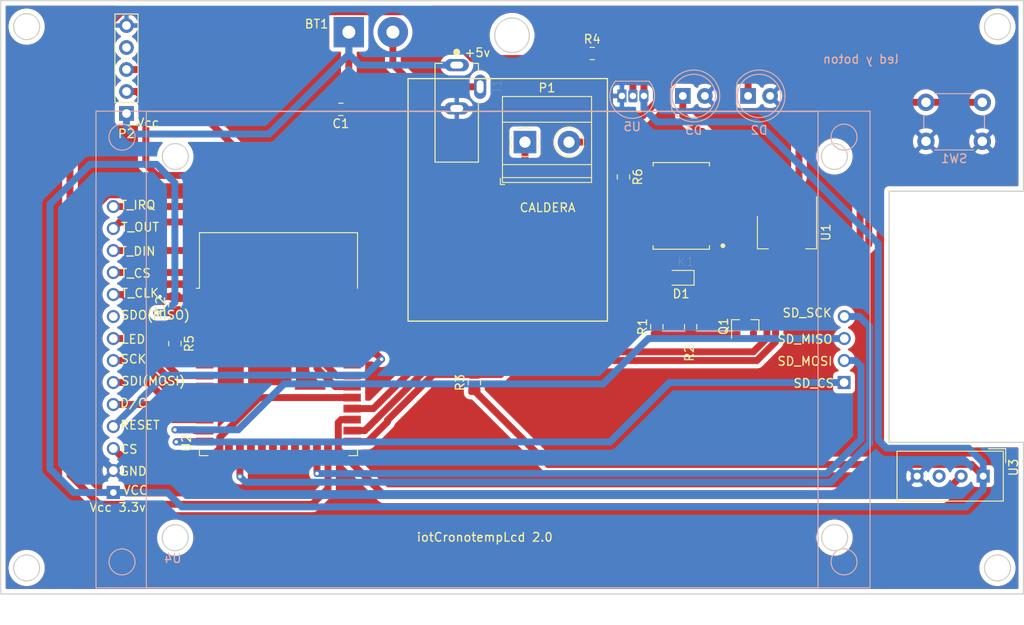
<source format=kicad_pcb>
(kicad_pcb (version 20171130) (host pcbnew 5.1.5+dfsg1-2build2)
  (layers (0 F.Cu signal) (31 B.Cu signal) (34 B.Paste user) (35 F.Paste user) (36 B.SilkS user) (37 F.SilkS user) (38 B.Mask user) (39 F.Mask user) (44 Edge.Cuts user))
  (net 0 "")
  (net 1 "Net-(BT1-Pad1)")
  (net 2 GND)
  (net 3 VCC)
  (net 4 "Net-(D1-Pad2)")
  (net 5 "Net-(D2-Pad1)")
  (net 6 "Net-(K1-Pad7)")
  (net 7 "Net-(P2-Pad2)")
  (net 8 "Net-(P2-Pad3)")
  (net 9 "Net-(R1-Pad2)")
  (net 10 "Net-(R3-Pad2)")
  (net 11 "Net-(R4-Pad1)")
  (net 12 "Net-(U2-Pad4)")
  (net 13 "Net-(U2-Pad5)")
  (net 14 "Net-(U2-Pad6)")
  (net 15 "Net-(U2-Pad7)")
  (net 16 "Net-(U2-Pad8)")
  (net 17 "Net-(U2-Pad9)")
  (net 18 "Net-(U2-Pad10)")
  (net 19 "Net-(U2-Pad11)")
  (net 20 "Net-(U2-Pad12)")
  (net 21 "Net-(U2-Pad13)")
  (net 22 "Net-(U2-Pad14)")
  (net 23 "Net-(U2-Pad16)")
  (net 24 "Net-(U2-Pad17)")
  (net 25 "Net-(U2-Pad18)")
  (net 26 "Net-(U2-Pad19)")
  (net 27 "Net-(U2-Pad20)")
  (net 28 "Net-(U2-Pad21)")
  (net 29 "Net-(U2-Pad22)")
  (net 30 "Net-(U2-Pad23)")
  (net 31 "Net-(U2-Pad27)")
  (net 32 "Net-(U2-Pad29)")
  (net 33 "Net-(U2-Pad30)")
  (net 34 "Net-(U2-Pad31)")
  (net 35 "Net-(U2-Pad32)")
  (net 36 "Net-(U2-Pad33)")
  (net 37 "Net-(U2-Pad36)")
  (net 38 "Net-(U2-Pad37)")
  (net 39 "Net-(U3-Pad3)")
  (net 40 "Net-(U4-Pad9)")
  (net 41 "Net-(Q1-Pad1)")
  (net 42 "Net-(K1-Pad2)")
  (net 43 "Net-(K1-Pad3)")
  (net 44 "Net-(K1-Pad4)")
  (net 45 "Net-(K1-Pad5)")
  (net 46 "Net-(BT1-Pad2)")
  (net 47 "Net-(R5-Pad2)")
  (net 48 "Net-(P2-Pad4)")
  (net 49 "Net-(D3-Pad1)")
  (net 50 "Net-(U2-Pad26)")
  (module MSP3218:msp3218 (layer B.Cu) (at 61 167.8)
    (fp_text reference U4 (at 8.858 -3.39) (layer B.SilkS) (effects (justify mirror)))
    (fp_text value TJCTM24028-SPI)
    (fp_text user SD_SCK (at 82.042 -31.75) (layer F.SilkS))
    (fp_text user SD_MISO (at 81.788 -28.702) (layer F.SilkS))
    (fp_text user SD_MOSI (at 81.788 -26.162) (layer F.SilkS))
    (fp_text user SD_CS (at 82.804 -23.622) (layer F.SilkS))
    (fp_text user T_IRQ (at 4.826 -44.196) (layer F.SilkS))
    (fp_text user T_OUT (at 5.08 -41.656) (layer F.SilkS))
    (fp_text user T_DIN (at 4.826 -38.862) (layer F.SilkS))
    (fp_text user T_CS (at 4.572 -36.322) (layer F.SilkS))
    (fp_text user T_CLK (at 5.08 -34.036) (layer F.SilkS))
    (fp_text user "SDO(MISO)" (at 6.858 -31.496) (layer F.SilkS))
    (fp_text user LED (at 4.318 -28.702) (layer F.SilkS))
    (fp_text user SCK (at 4.318 -26.416) (layer F.SilkS))
    (fp_text user "SDI(MOSI)" (at 6.604 -23.876) (layer F.SilkS))
    (fp_text user D/C (at 4.318 -21.336) (layer F.SilkS))
    (fp_text user RESET (at 5.08 -18.796) (layer F.SilkS))
    (fp_text user CS (at 3.81 -16.002) (layer F.SilkS))
    (fp_text user GND (at 4.318 -13.462) (layer F.SilkS))
    (fp_text user VCC (at 4.54 -11.264 180) (layer F.SilkS))
    (pad 18 thru_hole circle (at 86.328 -31.33) (size 1.5 1.5) (drill 1) (layers *.Cu *.Mask) (net 23 "Net-(U2-Pad16)"))
    (pad 17 thru_hole circle (at 86.328 -28.79) (size 1.5 1.5) (drill 1) (layers *.Cu *.Mask) (net 21 "Net-(U2-Pad13)"))
    (pad 16 thru_hole circle (at 86.328 -26.25) (size 1.5 1.5) (drill 1) (layers *.Cu *.Mask) (net 30 "Net-(U2-Pad23)"))
    (pad 15 thru_hole rect (at 86.3 -23.71) (size 1.5 1.5) (drill 1) (layers *.Cu *.Mask) (net 22 "Net-(U2-Pad14)"))
    (pad 14 thru_hole circle (at 2 -44.03) (size 1.5 1.5) (drill 1) (layers *.Cu *.Mask) (net 38 "Net-(U2-Pad37)"))
    (pad 13 thru_hole circle (at 2 -41.49) (size 1.5 1.5) (drill 1) (layers *.Cu *.Mask) (net 37 "Net-(U2-Pad36)"))
    (pad 12 thru_hole circle (at 2 -38.95) (size 1.5 1.5) (drill 1) (layers *.Cu *.Mask) (net 34 "Net-(U2-Pad31)"))
    (pad 11 thru_hole circle (at 2 -36.41) (size 1.5 1.5) (drill 1) (layers *.Cu *.Mask) (net 33 "Net-(U2-Pad30)"))
    (pad 10 thru_hole circle (at 2 -33.87) (size 1.5 1.5) (drill 1) (layers *.Cu *.Mask) (net 16 "Net-(U2-Pad8)"))
    (pad 9 thru_hole circle (at 2 -31.33) (size 1.5 1.5) (drill 1) (layers *.Cu *.Mask) (net 40 "Net-(U4-Pad9)"))
    (pad 8 thru_hole circle (at 2 -28.79) (size 1.5 1.5) (drill 1) (layers *.Cu *.Mask) (net 17 "Net-(U2-Pad9)"))
    (pad 7 thru_hole circle (at 2 -26.25) (size 1.5 1.5) (drill 1) (layers *.Cu *.Mask) (net 18 "Net-(U2-Pad10)"))
    (pad 6 thru_hole circle (at 2 -23.71) (size 1.5 1.5) (drill 1) (layers *.Cu *.Mask) (net 19 "Net-(U2-Pad11)"))
    (pad 5 thru_hole circle (at 2 -21.17) (size 1.5 1.5) (drill 1) (layers *.Cu *.Mask) (net 20 "Net-(U2-Pad12)"))
    (pad 4 thru_hole circle (at 2 -18.63) (size 1.5 1.5) (drill 1) (layers *.Cu *.Mask) (net 36 "Net-(U2-Pad33)"))
    (pad 3 thru_hole circle (at 2 -16.09) (size 1.5 1.5) (drill 1) (layers *.Cu *.Mask) (net 32 "Net-(U2-Pad29)"))
    (pad 2 thru_hole circle (at 2 -13.55) (size 1.5 1.5) (drill 1) (layers *.Cu *.Mask) (net 2 GND))
    (pad 1 thru_hole rect (at 2 -11.01) (size 1.524 1.524) (drill 0.762) (layers *.Cu *.Mask) (net 3 VCC))
  )
  (module Resistor_SMD:R_0805_2012Metric (layer F.Cu) (at 121.85 120.35 270)
    (fp_text reference R6 (at 0 -1.65 90) (layer F.SilkS))
    (fp_text value 1K)
    (pad 2 smd roundrect (at 0.9375 0 270) (size 0.975 1.4) (layers F.Cu F.Paste F.Mask) (net 49 "Net-(D3-Pad1)"))
    (pad 1 smd roundrect (at -0.9375 0 270) (size 0.975 1.4) (layers F.Cu F.Paste F.Mask) (net 45 "Net-(K1-Pad5)"))
  )
  (module LED_THT:LED_D5.0mm (layer B.Cu) (at 128.7 111)
    (fp_text reference D3 (at 1.27 3.96) (layer B.SilkS) (effects (justify mirror)))
    (fp_text value LED)
    (pad 2 thru_hole circle (at 2.54 0) (size 1.8 1.8) (drill 0.9) (layers *.Cu *.Mask) (net 2 GND))
    (pad 1 thru_hole rect (at 0 0) (size 1.8 1.8) (drill 0.9) (layers *.Cu *.Mask) (net 49 "Net-(D3-Pad1)"))
  )
  (module Connector_PinHeader_2.54mm:PinHeader_1x05_P2.54mm_Vertical (layer F.Cu) (at 64.516 113.03 180)
    (fp_text reference P2 (at 0 -2.33) (layer F.SilkS))
    (fp_text value CONN_5)
    (pad 1 thru_hole rect (at 0 0 180) (size 1.7 1.7) (drill 1) (layers *.Cu *.Mask) (net 1 "Net-(BT1-Pad1)"))
    (pad 2 thru_hole oval (at 0 2.54 180) (size 1.7 1.7) (drill 1) (layers *.Cu *.Mask) (net 7 "Net-(P2-Pad2)"))
    (pad 3 thru_hole oval (at 0 5.08 180) (size 1.7 1.7) (drill 1) (layers *.Cu *.Mask) (net 8 "Net-(P2-Pad3)"))
    (pad 4 thru_hole oval (at 0 7.62 180) (size 1.7 1.7) (drill 1) (layers *.Cu *.Mask) (net 48 "Net-(P2-Pad4)"))
    (pad 5 thru_hole oval (at 0 10.16 180) (size 1.7 1.7) (drill 1) (layers *.Cu *.Mask) (net 2 GND))
  )
  (module Capacitor_SMD:C_0805_2012Metric (layer F.Cu) (at 70.1 135.1 90)
    (fp_text reference C2 (at 0 -1.65 90) (layer F.SilkS))
    (fp_text value 22uF)
    (pad 1 smd roundrect (at -0.9375 0 90) (size 0.975 1.4) (layers F.Cu F.Paste F.Mask) (net 3 VCC))
    (pad 2 smd roundrect (at 0.9375 0 90) (size 0.975 1.4) (layers F.Cu F.Paste F.Mask) (net 2 GND))
  )
  (module Resistor_SMD:R_0805_2012Metric (layer F.Cu) (at 118.25 106.1)
    (fp_text reference R4 (at 0 -1.65) (layer F.SilkS))
    (fp_text value 1K)
    (pad 1 smd roundrect (at -0.9375 0) (size 0.975 1.4) (layers F.Cu F.Paste F.Mask) (net 11 "Net-(R4-Pad1)"))
    (pad 2 smd roundrect (at 0.9375 0) (size 0.975 1.4) (layers F.Cu F.Paste F.Mask) (net 5 "Net-(D2-Pad1)"))
  )
  (module jack4_8mm:CUI_PJ-018H (layer F.Cu) (at 102.616 107.442 270)
    (fp_text reference J1 (at 2.485567 -4.666065 90) (layer F.SilkS) (effects (font (size 1.000228 1.000228) (thickness 0.015))))
    (fp_text value PJ-018H)
    (pad 2 thru_hole oval (at 5 0 270) (size 1.4 2.8) (drill oval 0.8 1.5) (layers *.Cu *.Mask) (net 2 GND))
    (pad 1 thru_hole oval (at 0 0 270) (size 1.4 2.8) (drill oval 0.8 1.5) (layers *.Cu *.Mask) (net 1 "Net-(BT1-Pad1)"))
    (pad 3 thru_hole oval (at 2.5 -2.7 270) (size 2.8 1.4) (drill oval 1.5 0.8) (layers *.Cu *.Mask) (net 46 "Net-(BT1-Pad2)"))
  )
  (module Resistor_SMD:R_0805_2012Metric (layer F.Cu) (at 70.1 139.6 270)
    (fp_text reference R5 (at 0 -1.65 90) (layer F.SilkS))
    (fp_text value 10K)
    (pad 2 smd roundrect (at 0.9375 0 270) (size 0.975 1.4) (layers F.Cu F.Paste F.Mask) (net 47 "Net-(R5-Pad2)"))
    (pad 1 smd roundrect (at -0.9375 0 270) (size 0.975 1.4) (layers F.Cu F.Paste F.Mask) (net 3 VCC))
  )
  (module TerminalBlock_Phoenix:TerminalBlock_Phoenix_MKDS-1,5-2-5.08_1x02_P5.08mm_Horizontal (layer F.Cu) (at 110.49 116.332)
    (fp_text reference P1 (at 2.54 -6.26) (layer F.SilkS))
    (fp_text value CONN_2)
    (pad 2 thru_hole circle (at 5.08 0) (size 2.6 2.6) (drill 1.3) (layers *.Cu *.Mask) (net 44 "Net-(K1-Pad4)"))
    (pad 1 thru_hole rect (at 0 0) (size 2.6 2.6) (drill 1.3) (layers *.Cu *.Mask) (net 43 "Net-(K1-Pad3)"))
  )
  (module Package_TO_SOT_SMD:SOT-23 (layer F.Cu) (at 135.9 137.6 90)
    (fp_text reference Q1 (at 0 -2.5 90) (layer F.SilkS))
    (fp_text value 2N7002)
    (pad 3 smd rect (at 1 0 90) (size 0.9 0.8) (layers F.Cu F.Paste F.Mask) (net 4 "Net-(D1-Pad2)"))
    (pad 2 smd rect (at -1 0.95 90) (size 0.9 0.8) (layers F.Cu F.Paste F.Mask) (net 2 GND))
    (pad 1 smd rect (at -1 -0.95 90) (size 0.9 0.8) (layers F.Cu F.Paste F.Mask) (net 41 "Net-(Q1-Pad1)"))
  )
  (module Connector_Wire:SolderWirePad_1x02_P5.08mm_Drill1.5mm (layer F.Cu) (at 90.17 103.632)
    (fp_text reference BT1 (at -3.72 -0.932) (layer F.SilkS))
    (fp_text value Battery_Cell)
    (pad 2 thru_hole circle (at 5.08 0) (size 3.50012 3.50012) (drill 1.50114) (layers *.Cu *.Mask) (net 46 "Net-(BT1-Pad2)"))
    (pad 1 thru_hole rect (at 0 0) (size 3.50012 3.50012) (drill 1.50114) (layers *.Cu *.Mask) (net 1 "Net-(BT1-Pad1)"))
  )
  (module LED_THT:LED_D5.0mm (layer B.Cu) (at 136.23 111)
    (fp_text reference D2 (at 1.27 3.96) (layer B.SilkS) (effects (justify mirror)))
    (fp_text value LED)
    (pad 2 thru_hole circle (at 2.54 0) (size 1.8 1.8) (drill 0.9) (layers *.Cu *.Mask) (net 2 GND))
    (pad 1 thru_hole rect (at 0 0) (size 1.8 1.8) (drill 0.9) (layers *.Cu *.Mask) (net 5 "Net-(D2-Pad1)"))
  )
  (module Button_Switch_THT:SW_PUSH_6mm_H4.3mm (layer B.Cu) (at 156.75 116.24)
    (fp_text reference SW1 (at 3.25 2) (layer B.SilkS) (effects (justify mirror)))
    (fp_text value SW_PUSH)
    (pad 2 thru_hole circle (at 0 -4.5 270) (size 2 2) (drill 1.1) (layers *.Cu *.Mask) (net 10 "Net-(R3-Pad2)"))
    (pad 1 thru_hole circle (at 0 0 270) (size 2 2) (drill 1.1) (layers *.Cu *.Mask) (net 2 GND))
    (pad 2 thru_hole circle (at 6.5 -4.5 270) (size 2 2) (drill 1.1) (layers *.Cu *.Mask) (net 10 "Net-(R3-Pad2)"))
    (pad 1 thru_hole circle (at 6.5 0 270) (size 2 2) (drill 1.1) (layers *.Cu *.Mask) (net 2 GND))
  )
  (module RF_Module:ESP32-WROOM-32 (layer F.Cu) (at 82.05 142.655)
    (fp_text reference U2 (at -10.61 8.43 90) (layer F.SilkS))
    (fp_text value ESP32-WROOM-32)
    (pad 39 smd rect (at -1 -0.755) (size 5 5) (layers F.Cu F.Paste F.Mask) (net 2 GND))
    (pad 1 smd rect (at -8.5 -8.255) (size 2 0.9) (layers F.Cu F.Paste F.Mask) (net 2 GND))
    (pad 2 smd rect (at -8.5 -6.985) (size 2 0.9) (layers F.Cu F.Paste F.Mask) (net 3 VCC))
    (pad 3 smd rect (at -8.5 -5.715) (size 2 0.9) (layers F.Cu F.Paste F.Mask) (net 47 "Net-(R5-Pad2)"))
    (pad 4 smd rect (at -8.5 -4.445) (size 2 0.9) (layers F.Cu F.Paste F.Mask) (net 12 "Net-(U2-Pad4)"))
    (pad 5 smd rect (at -8.5 -3.175) (size 2 0.9) (layers F.Cu F.Paste F.Mask) (net 13 "Net-(U2-Pad5)"))
    (pad 6 smd rect (at -8.5 -1.905) (size 2 0.9) (layers F.Cu F.Paste F.Mask) (net 14 "Net-(U2-Pad6)"))
    (pad 7 smd rect (at -8.5 -0.635) (size 2 0.9) (layers F.Cu F.Paste F.Mask) (net 15 "Net-(U2-Pad7)"))
    (pad 8 smd rect (at -8.5 0.635) (size 2 0.9) (layers F.Cu F.Paste F.Mask) (net 16 "Net-(U2-Pad8)"))
    (pad 9 smd rect (at -8.5 1.905) (size 2 0.9) (layers F.Cu F.Paste F.Mask) (net 17 "Net-(U2-Pad9)"))
    (pad 10 smd rect (at -8.5 3.175) (size 2 0.9) (layers F.Cu F.Paste F.Mask) (net 18 "Net-(U2-Pad10)"))
    (pad 11 smd rect (at -8.5 4.445) (size 2 0.9) (layers F.Cu F.Paste F.Mask) (net 19 "Net-(U2-Pad11)"))
    (pad 12 smd rect (at -8.5 5.715) (size 2 0.9) (layers F.Cu F.Paste F.Mask) (net 20 "Net-(U2-Pad12)"))
    (pad 13 smd rect (at -8.5 6.985) (size 2 0.9) (layers F.Cu F.Paste F.Mask) (net 21 "Net-(U2-Pad13)"))
    (pad 14 smd rect (at -8.5 8.255) (size 2 0.9) (layers F.Cu F.Paste F.Mask) (net 22 "Net-(U2-Pad14)"))
    (pad 15 smd rect (at -5.715 9.255 90) (size 2 0.9) (layers F.Cu F.Paste F.Mask) (net 2 GND))
    (pad 16 smd rect (at -4.445 9.255 90) (size 2 0.9) (layers F.Cu F.Paste F.Mask) (net 23 "Net-(U2-Pad16)"))
    (pad 17 smd rect (at -3.175 9.255 90) (size 2 0.9) (layers F.Cu F.Paste F.Mask) (net 24 "Net-(U2-Pad17)"))
    (pad 18 smd rect (at -1.905 9.255 90) (size 2 0.9) (layers F.Cu F.Paste F.Mask) (net 25 "Net-(U2-Pad18)"))
    (pad 19 smd rect (at -0.635 9.255 90) (size 2 0.9) (layers F.Cu F.Paste F.Mask) (net 26 "Net-(U2-Pad19)"))
    (pad 20 smd rect (at 0.635 9.255 90) (size 2 0.9) (layers F.Cu F.Paste F.Mask) (net 27 "Net-(U2-Pad20)"))
    (pad 21 smd rect (at 1.905 9.255 90) (size 2 0.9) (layers F.Cu F.Paste F.Mask) (net 28 "Net-(U2-Pad21)"))
    (pad 22 smd rect (at 3.175 9.255 90) (size 2 0.9) (layers F.Cu F.Paste F.Mask) (net 29 "Net-(U2-Pad22)"))
    (pad 23 smd rect (at 4.445 9.255 90) (size 2 0.9) (layers F.Cu F.Paste F.Mask) (net 30 "Net-(U2-Pad23)"))
    (pad 24 smd rect (at 5.715 9.255 90) (size 2 0.9) (layers F.Cu F.Paste F.Mask) (net 11 "Net-(R4-Pad1)"))
    (pad 25 smd rect (at 8.5 8.255) (size 2 0.9) (layers F.Cu F.Paste F.Mask) (net 10 "Net-(R3-Pad2)"))
    (pad 26 smd rect (at 8.5 6.985) (size 2 0.9) (layers F.Cu F.Paste F.Mask) (net 50 "Net-(U2-Pad26)"))
    (pad 27 smd rect (at 8.5 5.715) (size 2 0.9) (layers F.Cu F.Paste F.Mask) (net 31 "Net-(U2-Pad27)"))
    (pad 28 smd rect (at 8.5 4.445) (size 2 0.9) (layers F.Cu F.Paste F.Mask) (net 9 "Net-(R1-Pad2)"))
    (pad 29 smd rect (at 8.5 3.175) (size 2 0.9) (layers F.Cu F.Paste F.Mask) (net 32 "Net-(U2-Pad29)"))
    (pad 30 smd rect (at 8.5 1.905) (size 2 0.9) (layers F.Cu F.Paste F.Mask) (net 33 "Net-(U2-Pad30)"))
    (pad 31 smd rect (at 8.5 0.635) (size 2 0.9) (layers F.Cu F.Paste F.Mask) (net 34 "Net-(U2-Pad31)"))
    (pad 32 smd rect (at 8.5 -0.635) (size 2 0.9) (layers F.Cu F.Paste F.Mask) (net 35 "Net-(U2-Pad32)"))
    (pad 33 smd rect (at 8.5 -1.905) (size 2 0.9) (layers F.Cu F.Paste F.Mask) (net 36 "Net-(U2-Pad33)"))
    (pad 34 smd rect (at 8.5 -3.175) (size 2 0.9) (layers F.Cu F.Paste F.Mask) (net 8 "Net-(P2-Pad3)"))
    (pad 35 smd rect (at 8.5 -4.445) (size 2 0.9) (layers F.Cu F.Paste F.Mask) (net 7 "Net-(P2-Pad2)"))
    (pad 36 smd rect (at 8.5 -5.715) (size 2 0.9) (layers F.Cu F.Paste F.Mask) (net 37 "Net-(U2-Pad36)"))
    (pad 37 smd rect (at 8.5 -6.985) (size 2 0.9) (layers F.Cu F.Paste F.Mask) (net 38 "Net-(U2-Pad37)"))
    (pad 38 smd rect (at 8.5 -8.255) (size 2 0.9) (layers F.Cu F.Paste F.Mask) (net 2 GND))
  )
  (module Sensor:Aosong_DHT11_5.5x12.0_P2.54mm (layer F.Cu) (at 163.35 154.9 270)
    (fp_text reference U3 (at -1 -3.5 90) (layer F.SilkS))
    (fp_text value DHT11)
    (pad 1 thru_hole rect (at 0 0 270) (size 1.5 1.5) (drill 0.8) (layers *.Cu *.Mask) (net 3 VCC))
    (pad 2 thru_hole circle (at 0 2.54 270) (size 1.5 1.5) (drill 0.8) (layers *.Cu *.Mask) (net 31 "Net-(U2-Pad27)"))
    (pad 3 thru_hole circle (at 0 5.08 270) (size 1.5 1.5) (drill 0.8) (layers *.Cu *.Mask) (net 39 "Net-(U3-Pad3)"))
    (pad 4 thru_hole circle (at 0 7.62 270) (size 1.5 1.5) (drill 0.8) (layers *.Cu *.Mask) (net 2 GND))
  )
  (module Capacitor_SMD:C_0805_2012Metric (layer F.Cu) (at 89.25 112.55 180)
    (fp_text reference C1 (at 0 -1.65) (layer F.SilkS))
    (fp_text value 10uF)
    (pad 2 smd roundrect (at 0.9375 0 180) (size 0.975 1.4) (layers F.Cu F.Paste F.Mask) (net 2 GND))
    (pad 1 smd roundrect (at -0.9375 0 180) (size 0.975 1.4) (layers F.Cu F.Paste F.Mask) (net 1 "Net-(BT1-Pad1)"))
  )
  (module Resistor_SMD:R_0805_2012Metric (layer F.Cu) (at 125.7 137.65 90)
    (fp_text reference R1 (at 0 -1.65 90) (layer F.SilkS))
    (fp_text value 1K)
    (pad 2 smd roundrect (at 0.9375 0 90) (size 0.975 1.4) (layers F.Cu F.Paste F.Mask) (net 9 "Net-(R1-Pad2)"))
    (pad 1 smd roundrect (at -0.9375 0 90) (size 0.975 1.4) (layers F.Cu F.Paste F.Mask) (net 41 "Net-(Q1-Pad1)"))
  )
  (module Resistor_SMD:R_0805_2012Metric (layer F.Cu) (at 129.6 137.65 90)
    (fp_text reference R2 (at -3.05 -0.15 90) (layer F.SilkS))
    (fp_text value 10k)
    (pad 2 smd roundrect (at 0.9375 0 90) (size 0.975 1.4) (layers F.Cu F.Paste F.Mask) (net 2 GND))
    (pad 1 smd roundrect (at -0.9375 0 90) (size 0.975 1.4) (layers F.Cu F.Paste F.Mask) (net 41 "Net-(Q1-Pad1)"))
  )
  (module Resistor_SMD:R_0805_2012Metric (layer F.Cu) (at 104.65 144.1 90)
    (fp_text reference R3 (at 0 -1.65 90) (layer F.SilkS))
    (fp_text value 10K)
    (pad 1 smd roundrect (at -0.9375 0 90) (size 0.975 1.4) (layers F.Cu F.Paste F.Mask) (net 3 VCC))
    (pad 2 smd roundrect (at 0.9375 0 90) (size 0.975 1.4) (layers F.Cu F.Paste F.Mask) (net 10 "Net-(R3-Pad2)"))
  )
  (module releOmron:RELAY_G6K-2F-DC5 (layer F.Cu) (at 128.524 123.698 180)
    (fp_text reference K1 (at -0.525385 -6.439715) (layer F.SilkS) (effects (font (size 1.000732 1.000732) (thickness 0.015))))
    (fp_text value G6K-2F-DC5)
    (pad 1 smd rect (at -3.5 -3.81 180) (size 1.8 0.8) (layers F.Cu F.Paste F.Mask) (net 1 "Net-(BT1-Pad1)"))
    (pad 2 smd rect (at -3.5 -1.27 180) (size 1.8 0.8) (layers F.Cu F.Paste F.Mask) (net 42 "Net-(K1-Pad2)"))
    (pad 3 smd rect (at -3.5 1.27 180) (size 1.8 0.8) (layers F.Cu F.Paste F.Mask) (net 43 "Net-(K1-Pad3)"))
    (pad 4 smd rect (at -3.5 3.81 180) (size 1.8 0.8) (layers F.Cu F.Paste F.Mask) (net 44 "Net-(K1-Pad4)"))
    (pad 5 smd rect (at 3.5 3.81 180) (size 1.8 0.8) (layers F.Cu F.Paste F.Mask) (net 45 "Net-(K1-Pad5)"))
    (pad 6 smd rect (at 3.5 1.27 180) (size 1.8 0.8) (layers F.Cu F.Paste F.Mask) (net 1 "Net-(BT1-Pad1)"))
    (pad 7 smd rect (at 3.5 -1.27 180) (size 1.8 0.8) (layers F.Cu F.Paste F.Mask) (net 6 "Net-(K1-Pad7)"))
    (pad 8 smd rect (at 3.5 -3.81 180) (size 1.8 0.8) (layers F.Cu F.Paste F.Mask) (net 4 "Net-(D1-Pad2)"))
  )
  (module Diode_SMD:D_SOD-323F (layer F.Cu) (at 128.5 132 180)
    (fp_text reference D1 (at 0 -1.85) (layer F.SilkS))
    (fp_text value 1N4148)
    (pad 2 smd rect (at 1.1 0 180) (size 0.5 0.5) (layers F.Cu F.Paste F.Mask) (net 4 "Net-(D1-Pad2)"))
    (pad 1 smd rect (at -1.1 0 180) (size 0.5 0.5) (layers F.Cu F.Paste F.Mask) (net 1 "Net-(BT1-Pad1)"))
  )
  (module Package_TO_SOT_SMD:SOT-223 (layer F.Cu) (at 140.716 126.746 270)
    (fp_text reference U1 (at 0 -4.5 90) (layer F.SilkS))
    (fp_text value AMS1117-3.3)
    (pad 4 smd rect (at 3.15 0 270) (size 2 3.8) (layers F.Cu F.Paste F.Mask))
    (pad 2 smd rect (at -3.15 0 270) (size 2 1.5) (layers F.Cu F.Paste F.Mask) (net 3 VCC))
    (pad 3 smd rect (at -3.15 2.3 270) (size 2 1.5) (layers F.Cu F.Paste F.Mask) (net 1 "Net-(BT1-Pad1)"))
    (pad 1 smd rect (at -3.15 -2.3 270) (size 2 1.5) (layers F.Cu F.Paste F.Mask) (net 2 GND))
  )
  (module Package_TO_SOT_THT:TO-92L_Inline (layer B.Cu) (at 121.674 111)
    (fp_text reference U5 (at 1.19 3.56) (layer B.SilkS) (effects (justify mirror)))
    (fp_text value DS18B20)
    (pad 2 thru_hole roundrect (at 1.27 0) (size 1.05 1.5) (drill 0.75) (layers *.Cu *.Mask) (net 50 "Net-(U2-Pad26)"))
    (pad 3 thru_hole roundrect (at 2.54 0) (size 1.05 1.5) (drill 0.75) (layers *.Cu *.Mask) (net 3 VCC))
    (pad 1 thru_hole rect (at 0 0) (size 1.05 1.5) (drill 0.75) (layers *.Cu *.Mask) (net 2 GND))
  )
  (gr_text +5v (at 105 106) (layer F.SilkS) (effects (font (size 1 1))))
  (gr_text Vcc (at 67 114.1) (layer F.SilkS) (effects (font (size 1 1))))
  (gr_text CALDERA (at 113.1 123.9) (layer F.SilkS) (effects (font (size 1 1))))
  (gr_line (start 120 109) (end 120 137) (layer F.SilkS) (width 0.15))
  (gr_text "led y boton" (at 149.25 106.75) (layer B.SilkS) (effects (font (size 1 1)) (justify mirror)))
  (gr_text "Vcc 3.3v" (at 63.5 158.5) (layer F.SilkS) (effects (font (size 1 1))))
  (gr_line (start 152.5 151) (end 168 151) (layer Edge.Cuts) (width 0.15))
  (gr_line (start 152.5 122) (end 152.5 151) (layer Edge.Cuts) (width 0.15))
  (gr_line (start 97 109) (end 97 137) (layer F.SilkS) (width 0.15))
  (gr_line (start 120 137) (end 97 137) (layer F.SilkS) (width 0.15))
  (gr_line (start 97 109) (end 120 109) (layer F.SilkS) (width 0.15))
  (gr_line (start 152.5 122) (end 168 122) (layer Edge.Cuts) (width 0.15))
  (gr_line (start 168 100) (end 168 122) (layer Edge.Cuts) (width 0.15))
  (gr_line (start 168 151) (end 168 168.5) (layer Edge.Cuts) (width 0.15))
  (gr_text "iotCronotempLcd 2.0" (at 105.85 161.95) (layer F.SilkS) (effects (font (size 1 1))))
  (gr_circle (center 70.15 118) (end 71.65 118) (layer Edge.Cuts) (width 0.15))
  (gr_circle (center 70.14 162.01) (end 71.64 162.01) (layer Edge.Cuts) (width 0.15))
  (gr_circle (center 146.21 162) (end 147.71 162) (layer Edge.Cuts) (width 0.15))
  (gr_circle (center 146.19 117.99) (end 147.69 117.99) (layer Edge.Cuts) (width 0.15))
  (gr_circle (center 109 104) (end 111 104) (layer Edge.Cuts) (width 0.15))
  (gr_circle (center 53 165.5) (end 54.5 165.5) (layer Edge.Cuts) (width 0.15))
  (gr_circle (center 165 165.5) (end 166.5 165.5) (layer Edge.Cuts) (width 0.15))
  (gr_circle (center 165 103) (end 166.5 103) (layer Edge.Cuts) (width 0.15))
  (gr_circle (center 53 103) (end 54.5 103) (layer Edge.Cuts) (width 0.15))
  (gr_line (start 50 168.5) (end 50 100) (layer Edge.Cuts) (width 0.15))
  (gr_line (start 168 168.5) (end 50 168.5) (layer Edge.Cuts) (width 0.15))
  (gr_line (start 50 100) (end 168 100) (layer Edge.Cuts) (width 0.15))
  (segment (start 90.17 112.5325) (end 90.1875 112.55) (width 0.8) (layer F.Cu) (net 1))
  (segment (start 90.17 103.632) (end 90.17 112.5325) (width 0.8) (layer F.Cu) (net 1))
  (segment (start 138.416 125.396) (end 136.304 127.508) (width 0.8) (layer F.Cu) (net 1))
  (segment (start 138.416 123.596) (end 138.416 125.396) (width 0.8) (layer F.Cu) (net 1))
  (segment (start 90.17 106.18206) (end 90.17 103.632) (width 0.8) (layer B.Cu) (net 1))
  (segment (start 91.42994 107.442) (end 90.17 106.18206) (width 0.8) (layer B.Cu) (net 1))
  (segment (start 102.616 107.442) (end 91.42994 107.442) (width 0.8) (layer B.Cu) (net 1))
  (segment (start 90.1875 116.3375) (end 90.1875 112.55) (width 0.8) (layer F.Cu) (net 1))
  (segment (start 136.304 127.508) (end 132.024 127.508) (width 0.8) (layer F.Cu) (net 1))
  (segment (start 130.604 127.508) (end 132.024 127.508) (width 0.8) (layer F.Cu) (net 1))
  (segment (start 125.524 122.428) (end 130.604 127.508) (width 0.8) (layer F.Cu) (net 1))
  (segment (start 125.024 122.428) (end 125.524 122.428) (width 0.8) (layer F.Cu) (net 1))
  (segment (start 125.024 122.428) (end 96.278 122.428) (width 0.8) (layer F.Cu) (net 1))
  (segment (start 96.278 122.428) (end 90.1875 116.3375) (width 0.8) (layer F.Cu) (net 1))
  (segment (start 132.024 129.576) (end 129.6 132) (width 0.8) (layer F.Cu) (net 1))
  (segment (start 132.024 127.508) (end 132.024 129.576) (width 0.8) (layer F.Cu) (net 1))
  (segment (start 90.17 106.18206) (end 80.95206 115.4) (width 0.8) (layer B.Cu) (net 1))
  (segment (start 64.516 114.68) (end 64.516 113.03) (width 0.8) (layer B.Cu) (net 1))
  (segment (start 65.236 115.4) (end 64.516 114.68) (width 0.8) (layer B.Cu) (net 1))
  (segment (start 80.95206 115.4) (end 65.236 115.4) (width 0.8) (layer B.Cu) (net 1))
  (segment (start 81.05 140.1) (end 81.05 141.9) (width 0.8) (layer F.Cu) (net 2))
  (segment (start 75.35 134.4) (end 81.05 140.1) (width 0.8) (layer F.Cu) (net 2))
  (segment (start 73.55 134.4) (end 75.35 134.4) (width 0.8) (layer F.Cu) (net 2))
  (segment (start 60.7 124.071998) (end 60.7 151.95) (width 0.8) (layer F.Cu) (net 2))
  (segment (start 90.55 134.4) (end 90 134.4) (width 0.8) (layer F.Cu) (net 2))
  (segment (start 60.7 151.95) (end 63 154.25) (width 0.8) (layer F.Cu) (net 2))
  (segment (start 90 134.4) (end 78.019999 122.419999) (width 0.8) (layer F.Cu) (net 2))
  (segment (start 62.351999 122.419999) (end 60.7 124.071998) (width 0.8) (layer F.Cu) (net 2))
  (segment (start 78.019999 122.419999) (end 62.351999 122.419999) (width 0.8) (layer F.Cu) (net 2))
  (segment (start 73.55 134.4) (end 73.15 134.4) (width 0.8) (layer F.Cu) (net 2))
  (segment (start 70.3375 134.4) (end 70.1 134.1625) (width 0.8) (layer F.Cu) (net 2))
  (segment (start 73.55 134.4) (end 70.3375 134.4) (width 0.8) (layer F.Cu) (net 2))
  (segment (start 70.1 134.1625) (end 68.3875 134.1625) (width 0.8) (layer F.Cu) (net 2))
  (segment (start 68.3875 134.1625) (end 68.3875 134.1625) (width 0.8) (layer F.Cu) (net 2))
  (via (at 68.3875 134.1625) (size 0.8) (drill 0.4) (layers F.Cu B.Cu) (net 2))
  (segment (start 68.3875 134.1625) (end 68.3875 122.6375) (width 0.8) (layer B.Cu) (net 2))
  (segment (start 68.3875 122.6375) (end 66.95 121.2) (width 0.8) (layer B.Cu) (net 2))
  (segment (start 66.95 121.2) (end 61.7 121.2) (width 0.8) (layer B.Cu) (net 2))
  (segment (start 61.7 121.2) (end 59.7 123.2) (width 0.8) (layer B.Cu) (net 2))
  (segment (start 59.7 150.95) (end 63 154.25) (width 0.8) (layer B.Cu) (net 2))
  (segment (start 59.7 123.2) (end 59.7 150.95) (width 0.8) (layer B.Cu) (net 2))
  (segment (start 124.214 111) (end 124.214 110.25) (width 0.8) (layer F.Cu) (net 3))
  (segment (start 113.162499 153.549999) (end 104.65 145.0375) (width 0.8) (layer F.Cu) (net 3))
  (segment (start 161.999999 153.549999) (end 113.162499 153.549999) (width 0.8) (layer F.Cu) (net 3))
  (segment (start 163.35 154.9) (end 161.999999 153.549999) (width 0.8) (layer F.Cu) (net 3))
  (segment (start 140.716 121.796) (end 142.1 120.412) (width 0.8) (layer F.Cu) (net 3))
  (segment (start 140.716 123.596) (end 140.716 121.796) (width 0.8) (layer F.Cu) (net 3))
  (segment (start 142.1 109.1) (end 139.75001 106.75001) (width 0.8) (layer F.Cu) (net 3))
  (segment (start 142.1 120.412) (end 142.1 109.1) (width 0.8) (layer F.Cu) (net 3))
  (segment (start 139.75001 106.75001) (end 127.44999 106.75001) (width 0.8) (layer F.Cu) (net 3))
  (segment (start 127.15 107.05) (end 126.314226 107.05) (width 0.8) (layer F.Cu) (net 3))
  (segment (start 127.44999 106.75001) (end 127.15 107.05) (width 0.8) (layer F.Cu) (net 3))
  (segment (start 124.214 109.150226) (end 124.214 111) (width 0.8) (layer F.Cu) (net 3))
  (segment (start 126.314226 107.05) (end 124.214 109.150226) (width 0.8) (layer F.Cu) (net 3))
  (segment (start 152.220402 151.67501) (end 151.25 150.704608) (width 0.8) (layer B.Cu) (net 3))
  (segment (start 161.67501 151.67501) (end 152.220402 151.67501) (width 0.8) (layer B.Cu) (net 3))
  (segment (start 163.35 153.35) (end 161.67501 151.67501) (width 0.8) (layer B.Cu) (net 3))
  (segment (start 163.35 154.9) (end 163.35 153.35) (width 0.8) (layer B.Cu) (net 3))
  (segment (start 151.25 150.704608) (end 151.25 128.05) (width 0.8) (layer B.Cu) (net 3))
  (segment (start 151.25 128.05) (end 137.2 114) (width 0.8) (layer B.Cu) (net 3))
  (segment (start 137.2 114) (end 125.75 114) (width 0.8) (layer B.Cu) (net 3))
  (segment (start 124.214 112.464) (end 124.214 111) (width 0.8) (layer B.Cu) (net 3))
  (segment (start 125.75 114) (end 124.214 112.464) (width 0.8) (layer B.Cu) (net 3))
  (segment (start 163.35 156.45) (end 161.35 158.45) (width 0.8) (layer B.Cu) (net 3))
  (segment (start 163.35 154.9) (end 163.35 156.45) (width 0.8) (layer B.Cu) (net 3))
  (segment (start 161.35 158.45) (end 70.9 158.45) (width 0.8) (layer B.Cu) (net 3))
  (segment (start 69.24 156.79) (end 63 156.79) (width 0.8) (layer B.Cu) (net 3))
  (segment (start 70.9 158.45) (end 69.24 156.79) (width 0.8) (layer B.Cu) (net 3))
  (segment (start 73.4925 135.6125) (end 73.55 135.67) (width 0.8) (layer F.Cu) (net 3))
  (segment (start 70.1 136.0375) (end 70.1 138.6625) (width 0.8) (layer F.Cu) (net 3))
  (segment (start 70.4675 135.67) (end 73.55 135.67) (width 0.8) (layer F.Cu) (net 3))
  (segment (start 70.1 136.0375) (end 70.4675 135.67) (width 0.8) (layer F.Cu) (net 3))
  (segment (start 70.1 136.0375) (end 68.0125 136.0375) (width 0.8) (layer F.Cu) (net 3))
  (segment (start 68.0125 136.0375) (end 68.0125 136.0375) (width 0.8) (layer F.Cu) (net 3))
  (via (at 68.0125 136.0375) (size 0.8) (drill 0.4) (layers F.Cu B.Cu) (net 3))
  (segment (start 68.9125 136.0375) (end 68.0125 136.0375) (width 0.8) (layer B.Cu) (net 3))
  (segment (start 70.1 121.040311) (end 70.1 134.85) (width 0.8) (layer B.Cu) (net 3))
  (segment (start 68.770311 119.710622) (end 70.1 121.040311) (width 0.8) (layer B.Cu) (net 3))
  (segment (start 68.337998 119.243548) (end 68.770311 119.710622) (width 0.8) (layer B.Cu) (net 3))
  (segment (start 67.99445 118.9) (end 68.337998 119.243548) (width 0.8) (layer B.Cu) (net 3))
  (segment (start 60.3 118.9) (end 67.99445 118.9) (width 0.8) (layer B.Cu) (net 3))
  (segment (start 55.7 123.5) (end 60.3 118.9) (width 0.8) (layer B.Cu) (net 3))
  (segment (start 55.7 154.05) (end 55.7 123.5) (width 0.8) (layer B.Cu) (net 3))
  (segment (start 70.1 134.85) (end 68.9125 136.0375) (width 0.8) (layer B.Cu) (net 3))
  (segment (start 58.44 156.79) (end 55.7 154.05) (width 0.8) (layer B.Cu) (net 3))
  (segment (start 63 156.79) (end 58.44 156.79) (width 0.8) (layer B.Cu) (net 3))
  (segment (start 125.024 129.624) (end 127.4 132) (width 0.8) (layer F.Cu) (net 4))
  (segment (start 125.024 127.508) (end 125.024 129.624) (width 0.8) (layer F.Cu) (net 4))
  (segment (start 135.3 134.75) (end 135.9 135.35) (width 0.8) (layer F.Cu) (net 4))
  (segment (start 129.1 134.75) (end 135.3 134.75) (width 0.8) (layer F.Cu) (net 4))
  (segment (start 127.4 133.05) (end 129.1 134.75) (width 0.8) (layer F.Cu) (net 4))
  (segment (start 135.9 135.35) (end 135.9 136.6) (width 0.8) (layer F.Cu) (net 4))
  (segment (start 127.4 132) (end 127.4 133.05) (width 0.8) (layer F.Cu) (net 4))
  (segment (start 136.3 111.07) (end 136.23 111) (width 0.8) (layer F.Cu) (net 5))
  (segment (start 119.1875 106.1) (end 119.1875 112.2875) (width 0.8) (layer F.Cu) (net 5))
  (segment (start 119.1875 112.2875) (end 120.2 113.3) (width 0.8) (layer F.Cu) (net 5))
  (segment (start 124.078227 113.3) (end 126.8 110.578227) (width 0.8) (layer F.Cu) (net 5))
  (segment (start 120.2 113.3) (end 124.078227 113.3) (width 0.8) (layer F.Cu) (net 5))
  (segment (start 126.8 110.019998) (end 128.469998 108.35) (width 0.8) (layer F.Cu) (net 5))
  (segment (start 126.8 110.578227) (end 126.8 110.019998) (width 0.8) (layer F.Cu) (net 5))
  (segment (start 128.469998 108.35) (end 135.55 108.35) (width 0.8) (layer F.Cu) (net 5))
  (segment (start 136.23 109.03) (end 136.23 111) (width 0.8) (layer F.Cu) (net 5))
  (segment (start 135.55 108.35) (end 136.23 109.03) (width 0.8) (layer F.Cu) (net 5))
  (segment (start 78.863856 120.183854) (end 68.033854 120.183854) (width 0.8) (layer F.Cu) (net 7))
  (segment (start 92.150001 133.469999) (end 78.863856 120.183854) (width 0.8) (layer F.Cu) (net 7))
  (segment (start 92.150001 137.870001) (end 92.150001 133.469999) (width 0.8) (layer F.Cu) (net 7))
  (segment (start 91.810002 138.21) (end 92.150001 137.870001) (width 0.8) (layer F.Cu) (net 7))
  (segment (start 90.55 138.21) (end 91.810002 138.21) (width 0.8) (layer F.Cu) (net 7))
  (segment (start 68.033854 120.183854) (end 66.75 118.9) (width 0.8) (layer F.Cu) (net 7))
  (segment (start 65.718081 110.49) (end 64.516 110.49) (width 0.8) (layer F.Cu) (net 7))
  (segment (start 66.75 111.521919) (end 65.718081 110.49) (width 0.8) (layer F.Cu) (net 7))
  (segment (start 66.75 118.9) (end 66.75 111.521919) (width 0.8) (layer F.Cu) (net 7))
  (segment (start 68.044229 107.95) (end 64.516 107.95) (width 0.8) (layer F.Cu) (net 8))
  (segment (start 93.150011 133.055782) (end 68.044229 107.95) (width 0.8) (layer F.Cu) (net 8))
  (segment (start 93.150011 138.284218) (end 93.150011 133.055782) (width 0.8) (layer F.Cu) (net 8))
  (segment (start 92.174228 139.260001) (end 93.150011 138.284218) (width 0.8) (layer F.Cu) (net 8))
  (segment (start 90.689999 139.260001) (end 92.174228 139.260001) (width 0.8) (layer F.Cu) (net 8))
  (segment (start 90.55 139.4) (end 90.689999 139.260001) (width 0.8) (layer F.Cu) (net 8))
  (segment (start 90.55 139.48) (end 90.55 139.4) (width 0.8) (layer F.Cu) (net 8))
  (segment (start 125.7 136.7125) (end 103.3875 136.7125) (width 0.8) (layer F.Cu) (net 9))
  (segment (start 93 147.1) (end 90.55 147.1) (width 0.8) (layer F.Cu) (net 9))
  (segment (start 103.3875 136.7125) (end 93 147.1) (width 0.8) (layer F.Cu) (net 9))
  (segment (start 104.65 143.1625) (end 99.9125 143.1625) (width 0.8) (layer F.Cu) (net 10))
  (segment (start 92.35 150.91) (end 90.55 150.91) (width 0.8) (layer F.Cu) (net 10))
  (segment (start 94.625 148.635) (end 92.35 150.91) (width 0.8) (layer F.Cu) (net 10))
  (segment (start 94.625 148.45) (end 94.625 148.635) (width 0.8) (layer F.Cu) (net 10))
  (segment (start 99.9125 143.1625) (end 94.625 148.45) (width 0.8) (layer F.Cu) (net 10))
  (segment (start 104.65 143.1625) (end 107.68751 143.1625) (width 0.8) (layer F.Cu) (net 10))
  (segment (start 107.68751 143.1625) (end 109.3 141.55001) (width 0.8) (layer F.Cu) (net 10))
  (segment (start 137.244219 141.55001) (end 139.40001 139.394219) (width 0.8) (layer F.Cu) (net 10))
  (segment (start 109.3 141.55001) (end 137.244219 141.55001) (width 0.8) (layer F.Cu) (net 10))
  (segment (start 139.40001 139.394219) (end 139.40001 137.214216) (width 0.8) (layer F.Cu) (net 10))
  (segment (start 143.214217 135.05001) (end 150.15001 128.114217) (width 0.8) (layer F.Cu) (net 10))
  (segment (start 141.564216 135.05001) (end 143.214217 135.05001) (width 0.8) (layer F.Cu) (net 10))
  (segment (start 139.40001 137.214216) (end 141.564216 135.05001) (width 0.8) (layer F.Cu) (net 10))
  (segment (start 150.15001 128.114217) (end 150.15001 113.04999) (width 0.8) (layer F.Cu) (net 10))
  (segment (start 151.46 111.74) (end 156.75 111.74) (width 0.8) (layer F.Cu) (net 10))
  (segment (start 150.15001 113.04999) (end 151.46 111.74) (width 0.8) (layer F.Cu) (net 10))
  (segment (start 156.75 111.74) (end 163.25 111.74) (width 0.8) (layer F.Cu) (net 10))
  (segment (start 116.731386 106.681114) (end 117.3125 106.1) (width 0.8) (layer F.Cu) (net 11))
  (segment (start 104.393605 106.681114) (end 116.731386 106.681114) (width 0.8) (layer F.Cu) (net 11))
  (segment (start 98.99443 101.281939) (end 104.393605 106.681114) (width 0.8) (layer F.Cu) (net 11))
  (segment (start 57.99998 154.766207) (end 57.99998 107.240018) (width 0.8) (layer F.Cu) (net 11))
  (segment (start 61.385774 158.152001) (end 57.99998 154.766207) (width 0.8) (layer F.Cu) (net 11))
  (segment (start 63.958059 101.281939) (end 98.99443 101.281939) (width 0.8) (layer F.Cu) (net 11))
  (segment (start 87.765 156.335) (end 85.947999 158.152001) (width 0.8) (layer F.Cu) (net 11))
  (segment (start 57.99998 107.240018) (end 63.958059 101.281939) (width 0.8) (layer F.Cu) (net 11))
  (segment (start 85.947999 158.152001) (end 61.385774 158.152001) (width 0.8) (layer F.Cu) (net 11))
  (segment (start 87.765 151.91) (end 87.765 156.335) (width 0.8) (layer F.Cu) (net 11))
  (segment (start 64.13 133.93) (end 63 133.93) (width 0.8) (layer F.Cu) (net 16))
  (segment (start 65 137.8) (end 65 134.8) (width 0.8) (layer F.Cu) (net 16))
  (segment (start 65 134.8) (end 64.13 133.93) (width 0.8) (layer F.Cu) (net 16))
  (segment (start 65.203234 138.003234) (end 65 137.8) (width 0.8) (layer F.Cu) (net 16))
  (segment (start 65.203234 138.009992) (end 65.203234 138.003234) (width 0.8) (layer F.Cu) (net 16))
  (segment (start 70.483242 143.29) (end 65.203234 138.009992) (width 0.8) (layer F.Cu) (net 16))
  (segment (start 73.55 143.29) (end 70.483242 143.29) (width 0.8) (layer F.Cu) (net 16))
  (segment (start 63 139.01) (end 64.789016 139.01) (width 0.8) (layer F.Cu) (net 17))
  (segment (start 70.339016 144.56) (end 73.55 144.56) (width 0.8) (layer F.Cu) (net 17))
  (segment (start 64.789016 139.01) (end 70.339016 144.56) (width 0.8) (layer F.Cu) (net 17))
  (segment (start 63 141.55) (end 65.91479 141.55) (width 0.8) (layer F.Cu) (net 18))
  (segment (start 70.19479 145.83) (end 73.55 145.83) (width 0.8) (layer F.Cu) (net 18))
  (segment (start 65.91479 141.55) (end 70.19479 145.83) (width 0.8) (layer F.Cu) (net 18))
  (segment (start 63 144.09) (end 67.040564 144.09) (width 0.8) (layer F.Cu) (net 19))
  (segment (start 70.050564 147.1) (end 73.55 147.1) (width 0.8) (layer F.Cu) (net 19))
  (segment (start 67.040564 144.09) (end 70.050564 147.1) (width 0.8) (layer F.Cu) (net 19))
  (segment (start 63 146.63) (end 68.166338 146.63) (width 0.8) (layer F.Cu) (net 20))
  (segment (start 69.906338 148.37) (end 73.55 148.37) (width 0.8) (layer F.Cu) (net 20))
  (segment (start 68.166338 146.63) (end 69.906338 148.37) (width 0.8) (layer F.Cu) (net 20))
  (segment (start 72.3 149.55) (end 70.1 149.55) (width 0.8) (layer F.Cu) (net 21))
  (segment (start 72.39 149.64) (end 72.3 149.55) (width 0.8) (layer F.Cu) (net 21))
  (segment (start 73.55 149.64) (end 72.39 149.64) (width 0.8) (layer F.Cu) (net 21))
  (via (at 70.1 149.55) (size 0.8) (drill 0.4) (layers F.Cu B.Cu) (net 21))
  (segment (start 70.1 149.55) (end 77.40001 149.55) (width 0.8) (layer B.Cu) (net 21))
  (segment (start 82.7 144.25001) (end 119.49999 144.25001) (width 0.8) (layer B.Cu) (net 21))
  (segment (start 77.40001 149.55) (end 82.7 144.25001) (width 0.8) (layer B.Cu) (net 21))
  (segment (start 124.74 139.01) (end 147.328 139.01) (width 0.8) (layer B.Cu) (net 21))
  (segment (start 119.49999 144.25001) (end 124.74 139.01) (width 0.8) (layer B.Cu) (net 21))
  (segment (start 70.29 150.91) (end 70.25 150.95) (width 0.8) (layer F.Cu) (net 22))
  (segment (start 73.55 150.91) (end 70.29 150.91) (width 0.8) (layer F.Cu) (net 22))
  (via (at 70.25 150.95) (size 0.8) (drill 0.4) (layers F.Cu B.Cu) (net 22))
  (segment (start 70.25 150.95) (end 120.3 150.95) (width 0.8) (layer B.Cu) (net 22))
  (segment (start 127.16 144.09) (end 147.3 144.09) (width 0.8) (layer B.Cu) (net 22))
  (segment (start 120.3 150.95) (end 127.16 144.09) (width 0.8) (layer B.Cu) (net 22))
  (segment (start 77.605 151.91) (end 77.605 154.95) (width 0.8) (layer F.Cu) (net 23))
  (via (at 77.605 154.95) (size 0.8) (drill 0.4) (layers F.Cu B.Cu) (net 23))
  (segment (start 149.07 136.47) (end 147.328 136.47) (width 0.8) (layer B.Cu) (net 23))
  (segment (start 150.24999 137.64999) (end 149.07 136.47) (width 0.8) (layer B.Cu) (net 23))
  (segment (start 150.24999 151.118825) (end 150.24999 137.64999) (width 0.8) (layer B.Cu) (net 23))
  (segment (start 145.768814 155.600001) (end 150.24999 151.118825) (width 0.8) (layer B.Cu) (net 23))
  (segment (start 78.255001 155.600001) (end 145.768814 155.600001) (width 0.8) (layer B.Cu) (net 23))
  (segment (start 77.605 154.95) (end 78.255001 155.600001) (width 0.8) (layer B.Cu) (net 23))
  (segment (start 86.495 151.91) (end 86.495 154.6) (width 0.8) (layer F.Cu) (net 30))
  (via (at 86.495 154.6) (size 0.8) (drill 0.4) (layers F.Cu B.Cu) (net 30))
  (segment (start 148.6 141.55) (end 147.328 141.55) (width 0.8) (layer B.Cu) (net 30))
  (segment (start 149.24998 142.19998) (end 148.6 141.55) (width 0.8) (layer B.Cu) (net 30))
  (segment (start 149.24998 150.65002) (end 149.24998 142.19998) (width 0.8) (layer B.Cu) (net 30))
  (segment (start 145.3 154.6) (end 149.24998 150.65002) (width 0.8) (layer B.Cu) (net 30))
  (segment (start 86.495 154.6) (end 145.3 154.6) (width 0.8) (layer B.Cu) (net 30))
  (segment (start 88.949999 151.840001) (end 94.209998 157.1) (width 0.8) (layer F.Cu) (net 31))
  (segment (start 88.949999 148.709999) (end 88.949999 151.840001) (width 0.8) (layer F.Cu) (net 31))
  (segment (start 89.289998 148.37) (end 88.949999 148.709999) (width 0.8) (layer F.Cu) (net 31))
  (segment (start 90.55 148.37) (end 89.289998 148.37) (width 0.8) (layer F.Cu) (net 31))
  (segment (start 158.61 157.1) (end 160.81 154.9) (width 0.8) (layer F.Cu) (net 31))
  (segment (start 94.209998 157.1) (end 158.61 157.1) (width 0.8) (layer F.Cu) (net 31))
  (segment (start 79.884998 145.83) (end 90.55 145.83) (width 0.8) (layer F.Cu) (net 32))
  (segment (start 75.284999 150.429999) (end 79.884998 145.83) (width 0.8) (layer F.Cu) (net 32))
  (segment (start 75.284999 151.705003) (end 75.284999 150.429999) (width 0.8) (layer F.Cu) (net 32))
  (segment (start 74.530003 152.459999) (end 75.284999 151.705003) (width 0.8) (layer F.Cu) (net 32))
  (segment (start 63.749999 152.459999) (end 74.530003 152.459999) (width 0.8) (layer F.Cu) (net 32))
  (segment (start 63 151.71) (end 63.749999 152.459999) (width 0.8) (layer F.Cu) (net 32))
  (segment (start 63 131.39) (end 80.227322 131.39) (width 0.8) (layer F.Cu) (net 33))
  (segment (start 88.595773 144.56) (end 90.55 144.56) (width 0.8) (layer F.Cu) (net 33))
  (segment (start 86.49999 142.464217) (end 88.595773 144.56) (width 0.8) (layer F.Cu) (net 33))
  (segment (start 86.49999 137.662668) (end 86.49999 142.464217) (width 0.8) (layer F.Cu) (net 33))
  (segment (start 80.227322 131.39) (end 86.49999 137.662668) (width 0.8) (layer F.Cu) (net 33))
  (segment (start 63 128.85) (end 79.101548 128.85) (width 0.8) (layer F.Cu) (net 34))
  (segment (start 79.101548 128.85) (end 87.5 137.248452) (width 0.8) (layer F.Cu) (net 34))
  (segment (start 87.5 137.248452) (end 87.5 142.05) (width 0.8) (layer F.Cu) (net 34))
  (segment (start 88.74 143.29) (end 90.55 143.29) (width 0.8) (layer F.Cu) (net 34))
  (segment (start 87.5 142.05) (end 88.74 143.29) (width 0.8) (layer F.Cu) (net 34))
  (segment (start 63 149.17) (end 68.92 143.25) (width 0.8) (layer B.Cu) (net 36))
  (segment (start 68.92 143.25) (end 92.1 143.25) (width 0.8) (layer B.Cu) (net 36))
  (segment (start 92.1 143.25) (end 93.95 141.4) (width 0.8) (layer B.Cu) (net 36))
  (via (at 93.95 141.4) (size 0.8) (drill 0.4) (layers F.Cu B.Cu) (net 36))
  (segment (start 93.3 140.75) (end 93.95 141.4) (width 0.8) (layer F.Cu) (net 36))
  (segment (start 90.55 140.75) (end 93.3 140.75) (width 0.8) (layer F.Cu) (net 36))
  (segment (start 88.605774 136.94) (end 90.55 136.94) (width 0.8) (layer F.Cu) (net 37))
  (segment (start 77.225775 125.560001) (end 88.605774 136.94) (width 0.8) (layer F.Cu) (net 37))
  (segment (start 63.749999 125.560001) (end 77.225775 125.560001) (width 0.8) (layer F.Cu) (net 37))
  (segment (start 63 126.31) (end 63.749999 125.560001) (width 0.8) (layer F.Cu) (net 37))
  (segment (start 63 123.77) (end 76.85 123.77) (width 0.8) (layer F.Cu) (net 38))
  (segment (start 88.75 135.67) (end 90.55 135.67) (width 0.8) (layer F.Cu) (net 38))
  (segment (start 76.85 123.77) (end 88.75 135.67) (width 0.8) (layer F.Cu) (net 38))
  (segment (start 125.7 138.5875) (end 129.6 138.5875) (width 0.8) (layer F.Cu) (net 41))
  (segment (start 134.9375 138.5875) (end 134.95 138.6) (width 0.8) (layer F.Cu) (net 41))
  (segment (start 129.6 138.5875) (end 134.9375 138.5875) (width 0.8) (layer F.Cu) (net 41))
  (segment (start 110.49 118.432) (end 111.058 119) (width 0.8) (layer F.Cu) (net 43))
  (segment (start 110.49 116.332) (end 110.49 118.432) (width 0.8) (layer F.Cu) (net 43))
  (segment (start 111.058 119) (end 118.9 119) (width 0.8) (layer F.Cu) (net 43))
  (segment (start 118.9 119) (end 120.56799 117.33201) (width 0.8) (layer F.Cu) (net 43))
  (segment (start 130.324 122.428) (end 132.024 122.428) (width 0.8) (layer F.Cu) (net 43))
  (segment (start 125.22801 117.33201) (end 130.324 122.428) (width 0.8) (layer F.Cu) (net 43))
  (segment (start 120.56799 117.33201) (end 125.22801 117.33201) (width 0.8) (layer F.Cu) (net 43))
  (segment (start 115.57 116.332) (end 126.082 116.332) (width 0.8) (layer F.Cu) (net 44))
  (segment (start 129.638 119.888) (end 132.024 119.888) (width 0.8) (layer F.Cu) (net 44))
  (segment (start 126.082 116.332) (end 129.638 119.888) (width 0.8) (layer F.Cu) (net 44))
  (segment (start 124.5485 119.4125) (end 125.024 119.888) (width 0.8) (layer F.Cu) (net 45))
  (segment (start 121.85 119.4125) (end 124.5485 119.4125) (width 0.8) (layer F.Cu) (net 45))
  (segment (start 101.56 109.942) (end 101.552 109.95) (width 0.8) (layer F.Cu) (net 46))
  (segment (start 105.316 109.942) (end 101.56 109.942) (width 0.8) (layer F.Cu) (net 46))
  (segment (start 101.552 109.95) (end 97.85 109.95) (width 0.8) (layer F.Cu) (net 46))
  (segment (start 95.25 107.35) (end 95.25 103.632) (width 0.8) (layer F.Cu) (net 46))
  (segment (start 97.85 109.95) (end 95.25 107.35) (width 0.8) (layer F.Cu) (net 46))
  (segment (start 70.8 140.5375) (end 70.1 140.5375) (width 0.8) (layer F.Cu) (net 47))
  (segment (start 71.40001 139.93749) (end 70.8 140.5375) (width 0.8) (layer F.Cu) (net 47))
  (segment (start 71.40001 137.829988) (end 71.40001 139.93749) (width 0.8) (layer F.Cu) (net 47))
  (segment (start 72.289998 136.94) (end 71.40001 137.829988) (width 0.8) (layer F.Cu) (net 47))
  (segment (start 73.55 136.94) (end 72.289998 136.94) (width 0.8) (layer F.Cu) (net 47))
  (segment (start 126.263502 121.2875) (end 121.85 121.2875) (width 0.8) (layer F.Cu) (net 49))
  (segment (start 128.404012 123.42801) (end 126.263502 121.2875) (width 0.8) (layer F.Cu) (net 49))
  (segment (start 134.45 122.382002) (end 133.403992 123.42801) (width 0.8) (layer F.Cu) (net 49))
  (segment (start 130.95 115.1) (end 134.45 118.6) (width 0.8) (layer F.Cu) (net 49))
  (segment (start 134.45 118.6) (end 134.45 122.382002) (width 0.8) (layer F.Cu) (net 49))
  (segment (start 130.6 115.1) (end 130.95 115.1) (width 0.8) (layer F.Cu) (net 49))
  (segment (start 128.7 113.2) (end 130.6 115.1) (width 0.8) (layer F.Cu) (net 49))
  (segment (start 133.403992 123.42801) (end 128.404012 123.42801) (width 0.8) (layer F.Cu) (net 49))
  (segment (start 128.7 111) (end 128.7 113.2) (width 0.8) (layer F.Cu) (net 49))
  (segment (start 92.01 149.64) (end 90.55 149.64) (width 0.8) (layer F.Cu) (net 50))
  (segment (start 136.830002 140.55) (end 101.1 140.55) (width 0.8) (layer F.Cu) (net 50))
  (segment (start 101.1 140.55) (end 92.01 149.64) (width 0.8) (layer F.Cu) (net 50))
  (segment (start 138.4 138.980002) (end 136.830002 140.55) (width 0.8) (layer F.Cu) (net 50))
  (segment (start 138.4 136.8) (end 138.4 138.980002) (width 0.8) (layer F.Cu) (net 50))
  (segment (start 141.15 134.05) (end 138.4 136.8) (width 0.8) (layer F.Cu) (net 50))
  (segment (start 149.15 107.3) (end 149.15 127.7) (width 0.8) (layer F.Cu) (net 50))
  (segment (start 147.6 105.75) (end 149.15 107.3) (width 0.8) (layer F.Cu) (net 50))
  (segment (start 149.15 127.7) (end 142.8 134.05) (width 0.8) (layer F.Cu) (net 50))
  (segment (start 126.2 105.75) (end 147.6 105.75) (width 0.8) (layer F.Cu) (net 50))
  (segment (start 142.8 134.05) (end 141.15 134.05) (width 0.8) (layer F.Cu) (net 50))
  (segment (start 122.944 109.006) (end 126.2 105.75) (width 0.8) (layer F.Cu) (net 50))
  (segment (start 122.944 111) (end 122.944 109.006) (width 0.8) (layer F.Cu) (net 50))
  (zone (net 2) (net_name GND) (layer F.Cu) (connect_pads (clearance 0.508)) (min_thickness 0.254) (fill yes (arc_segments 32) (thermal_gap 0.508) (thermal_bridge_width 0.508))
    (polygon (pts (xy 168 122) (xy 152.5 122) (xy 152.5 151) (xy 168 151) (xy 168 168.5) (xy 50 168.5) (xy 50 100) (xy 168 100)))
  )
  (zone (net 2) (net_name GND) (layer B.Cu) (connect_pads (clearance 0.508)) (min_thickness 0.254) (fill yes (arc_segments 32) (thermal_gap 0.508) (thermal_bridge_width 0.508))
    (polygon (pts (xy 168 122) (xy 152.5 122) (xy 152.5 151) (xy 168 151) (xy 168 168.5) (xy 50 168.5) (xy 50 100) (xy 168 100)))
  )
)
</source>
